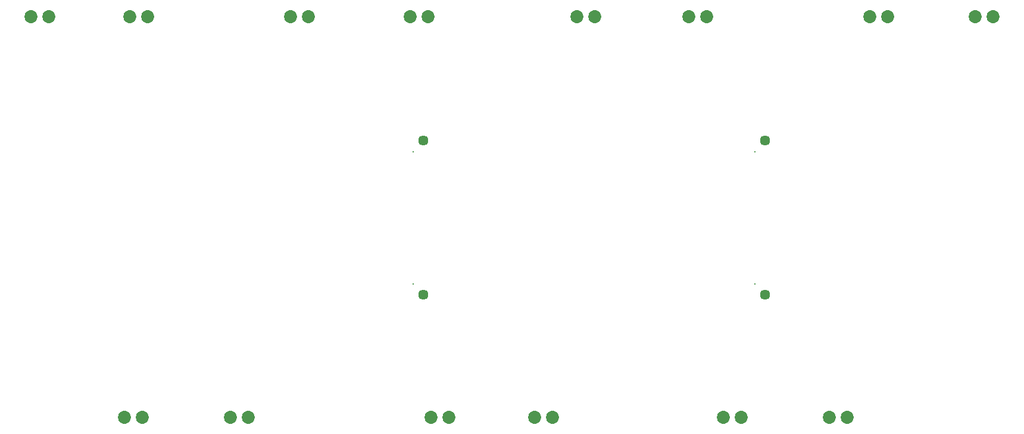
<source format=gbs>
G04*
G04 #@! TF.GenerationSoftware,Altium Limited,Altium Designer,20.0.11 (256)*
G04*
G04 Layer_Color=16711935*
%FSLAX25Y25*%
%MOIN*%
G70*
G01*
G75*
%ADD22C,0.05709*%
%ADD23C,0.01000*%
%ADD24C,0.07299*%
D22*
X426024Y84646D02*
D03*
Y171260D02*
D03*
X234685Y84646D02*
D03*
Y171260D02*
D03*
D23*
X420118Y90945D02*
D03*
Y164961D02*
D03*
X228780Y90945D02*
D03*
Y164961D02*
D03*
D24*
X296988Y16240D02*
D03*
X306988D02*
D03*
X462047D02*
D03*
X472047D02*
D03*
X249016Y16240D02*
D03*
X239016D02*
D03*
X24902Y240354D02*
D03*
X14902D02*
D03*
X494587Y240354D02*
D03*
X484587D02*
D03*
X126673Y16240D02*
D03*
X136673D02*
D03*
X70425Y240354D02*
D03*
X80425D02*
D03*
X227106D02*
D03*
X237106D02*
D03*
X543685Y240354D02*
D03*
X553685D02*
D03*
X412756Y16240D02*
D03*
X402756D02*
D03*
X383268Y240354D02*
D03*
X393268D02*
D03*
X330472Y240354D02*
D03*
X320472D02*
D03*
X170236Y240354D02*
D03*
X160236D02*
D03*
X77126Y16240D02*
D03*
X67126D02*
D03*
M02*

</source>
